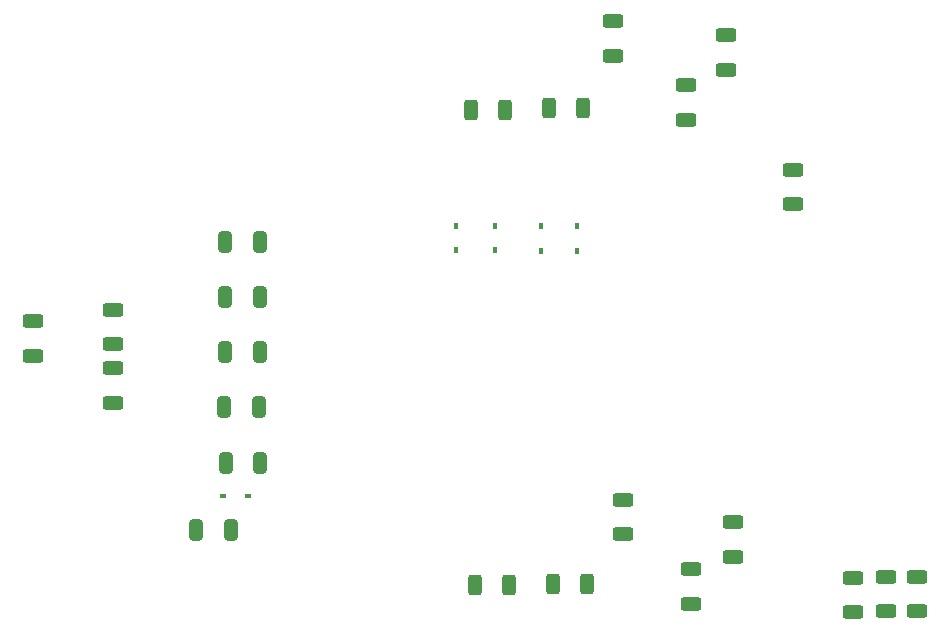
<source format=gbr>
%TF.GenerationSoftware,KiCad,Pcbnew,(6.0.7)*%
%TF.CreationDate,2023-03-15T17:16:25-04:00*%
%TF.ProjectId,NPN Tracer V2,4e504e20-5472-4616-9365-722056322e6b,rev?*%
%TF.SameCoordinates,Original*%
%TF.FileFunction,Paste,Top*%
%TF.FilePolarity,Positive*%
%FSLAX46Y46*%
G04 Gerber Fmt 4.6, Leading zero omitted, Abs format (unit mm)*
G04 Created by KiCad (PCBNEW (6.0.7)) date 2023-03-15 17:16:25*
%MOMM*%
%LPD*%
G01*
G04 APERTURE LIST*
G04 Aperture macros list*
%AMRoundRect*
0 Rectangle with rounded corners*
0 $1 Rounding radius*
0 $2 $3 $4 $5 $6 $7 $8 $9 X,Y pos of 4 corners*
0 Add a 4 corners polygon primitive as box body*
4,1,4,$2,$3,$4,$5,$6,$7,$8,$9,$2,$3,0*
0 Add four circle primitives for the rounded corners*
1,1,$1+$1,$2,$3*
1,1,$1+$1,$4,$5*
1,1,$1+$1,$6,$7*
1,1,$1+$1,$8,$9*
0 Add four rect primitives between the rounded corners*
20,1,$1+$1,$2,$3,$4,$5,0*
20,1,$1+$1,$4,$5,$6,$7,0*
20,1,$1+$1,$6,$7,$8,$9,0*
20,1,$1+$1,$8,$9,$2,$3,0*%
G04 Aperture macros list end*
%ADD10RoundRect,0.250000X0.625000X-0.312500X0.625000X0.312500X-0.625000X0.312500X-0.625000X-0.312500X0*%
%ADD11RoundRect,0.250000X0.312500X0.625000X-0.312500X0.625000X-0.312500X-0.625000X0.312500X-0.625000X0*%
%ADD12RoundRect,0.250000X-0.625000X0.312500X-0.625000X-0.312500X0.625000X-0.312500X0.625000X0.312500X0*%
%ADD13RoundRect,0.250000X-0.325000X-0.650000X0.325000X-0.650000X0.325000X0.650000X-0.325000X0.650000X0*%
%ADD14R,0.450000X0.600000*%
%ADD15R,0.600000X0.450000*%
G04 APERTURE END LIST*
D10*
%TO.C,R5*%
X151765000Y-66234500D03*
X151765000Y-63309500D03*
%TD*%
D11*
%TO.C,R13*%
X140019500Y-109728000D03*
X137094500Y-109728000D03*
%TD*%
%TO.C,R4*%
X133415500Y-109855000D03*
X130490500Y-109855000D03*
%TD*%
D10*
%TO.C,R7*%
X142176500Y-65026000D03*
X142176500Y-62101000D03*
%TD*%
D12*
%TO.C,R17*%
X165290500Y-109154500D03*
X165290500Y-112079500D03*
%TD*%
D13*
%TO.C,C3*%
X106919500Y-105156000D03*
X109869500Y-105156000D03*
%TD*%
D11*
%TO.C,R3*%
X133098000Y-69598000D03*
X130173000Y-69598000D03*
%TD*%
D13*
%TO.C,C2*%
X109332500Y-85471000D03*
X112282500Y-85471000D03*
%TD*%
%TO.C,C1*%
X109332500Y-80835500D03*
X112282500Y-80835500D03*
%TD*%
%TO.C,C4*%
X109332500Y-90106500D03*
X112282500Y-90106500D03*
%TD*%
D10*
%TO.C,R8*%
X143065500Y-105539000D03*
X143065500Y-102614000D03*
%TD*%
D14*
%TO.C,D2*%
X136144000Y-81568000D03*
X136144000Y-79468000D03*
%TD*%
D10*
%TO.C,R6*%
X152336500Y-107444000D03*
X152336500Y-104519000D03*
%TD*%
%TO.C,R12*%
X157480000Y-77599000D03*
X157480000Y-74674000D03*
%TD*%
D13*
%TO.C,C6*%
X109396000Y-99504500D03*
X112346000Y-99504500D03*
%TD*%
D12*
%TO.C,R18*%
X167957500Y-109154500D03*
X167957500Y-112079500D03*
%TD*%
%TO.C,R19*%
X93091000Y-87501000D03*
X93091000Y-90426000D03*
%TD*%
D10*
%TO.C,R1*%
X99885500Y-89471500D03*
X99885500Y-86546500D03*
%TD*%
D15*
%TO.C,D5*%
X109186000Y-102298500D03*
X111286000Y-102298500D03*
%TD*%
D12*
%TO.C,R2*%
X99885500Y-91501500D03*
X99885500Y-94426500D03*
%TD*%
D10*
%TO.C,R9*%
X148399500Y-70425500D03*
X148399500Y-67500500D03*
%TD*%
D13*
%TO.C,C5*%
X109269000Y-94742000D03*
X112219000Y-94742000D03*
%TD*%
D14*
%TO.C,D4*%
X139128500Y-81568000D03*
X139128500Y-79468000D03*
%TD*%
D10*
%TO.C,R10*%
X148780500Y-111444500D03*
X148780500Y-108519500D03*
%TD*%
D11*
%TO.C,R11*%
X139702000Y-69471000D03*
X136777000Y-69471000D03*
%TD*%
D12*
%TO.C,R14*%
X162496500Y-109218000D03*
X162496500Y-112143000D03*
%TD*%
D14*
%TO.C,D1*%
X128905000Y-79404500D03*
X128905000Y-81504500D03*
%TD*%
%TO.C,D3*%
X132207000Y-79404500D03*
X132207000Y-81504500D03*
%TD*%
M02*

</source>
